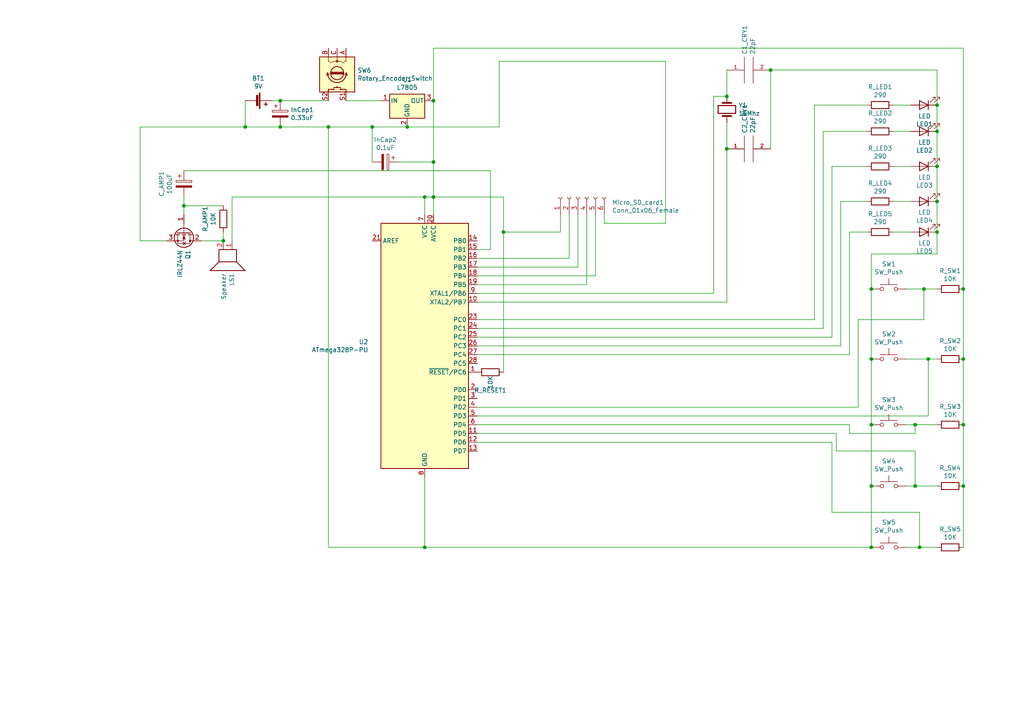
<source format=kicad_sch>
(kicad_sch (version 20211123) (generator eeschema)
  (paper "A4")
  (lib_symbols
    (symbol "Connector:Conn_01x06_Female" (pin_names (offset 1.016) hide)
      (property "Reference" "J" (at 0 7.62 0))
      (property "Value" "Conn_01x06_Female" (at 0 -10.16 0))
      (symbol "Conn_01x06_Female_1_1"
        (arc (start 0 -7.112) (mid -0.508 -7.62) (end 0 -8.128) (stroke (width 0.1524)))
        (arc (start 0 -4.572) (mid -0.508 -5.08) (end 0 -5.588) (stroke (width 0.1524)))
        (arc (start 0 -2.032) (mid -0.508 -2.54) (end 0 -3.048) (stroke (width 0.1524)))
        (polyline (pts (xy -1.27 -7.62) (xy -0.508 -7.62)) (stroke (width 0.1524)))
        (polyline (pts (xy -1.27 -5.08) (xy -0.508 -5.08)) (stroke (width 0.1524)))
        (polyline (pts (xy -1.27 -2.54) (xy -0.508 -2.54)) (stroke (width 0.1524)))
        (polyline (pts (xy -1.27 0) (xy -0.508 0)) (stroke (width 0.1524)))
        (polyline (pts (xy -1.27 2.54) (xy -0.508 2.54)) (stroke (width 0.1524)))
        (polyline (pts (xy -1.27 5.08) (xy -0.508 5.08)) (stroke (width 0.1524)))
        (arc (start 0 0.508) (mid -0.508 0) (end 0 -0.508) (stroke (width 0.1524)))
        (arc (start 0 3.048) (mid -0.508 2.54) (end 0 2.032) (stroke (width 0.1524)))
        (arc (start 0 5.588) (mid -0.508 5.08) (end 0 4.572) (stroke (width 0.1524)))
        (pin passive line (at -5.08 5.08 0) (length 3.81) (name "Pin_1") (number "1"))
        (pin passive line (at -5.08 2.54 0) (length 3.81) (name "Pin_2") (number "2"))
        (pin passive line (at -5.08 0 0) (length 3.81) (name "Pin_3") (number "3"))
        (pin passive line (at -5.08 -2.54 0) (length 3.81) (name "Pin_4") (number "4"))
        (pin passive line (at -5.08 -5.08 0) (length 3.81) (name "Pin_5") (number "5"))
        (pin passive line (at -5.08 -7.62 0) (length 3.81) (name "Pin_6") (number "6"))
      )
    )
    (symbol "Device:Battery_Cell" (pin_numbers hide) (pin_names (offset 0) hide)
      (property "Reference" "BT" (at 2.54 2.54 0))
      (property "Value" "Battery_Cell" (at 2.54 0 0))
      (symbol "Battery_Cell_0_1"
        (rectangle (start -2.286 1.778) (end 2.286 1.524) (fill (type outline)))
        (rectangle (start -1.5748 1.1938) (end 1.4732 0.6858) (fill (type outline)))
        (polyline (pts (xy 0 0.762) (xy 0 0)))
        (polyline (pts (xy 0 1.778) (xy 0 2.54)))
        (polyline (pts (xy 0.508 3.429) (xy 1.524 3.429)) (stroke (width 0.254)))
        (polyline (pts (xy 1.016 3.937) (xy 1.016 2.921)) (stroke (width 0.254)))
      )
      (symbol "Battery_Cell_1_1"
        (pin passive line (at 0 5.08 270) (length 2.54) (name "+") (number "1"))
        (pin passive line (at 0 -2.54 90) (length 2.54) (name "-") (number "2"))
      )
    )
    (symbol "Device:CP" (pin_numbers hide) (pin_names (offset 0.254))
      (property "Reference" "C" (at 0.635 2.54 0))
      (property "Value" "Device_CP" (at 0.635 -2.54 0))
      (symbol "CP_0_1"
        (rectangle (start -2.286 0.508) (end 2.286 1.016))
        (polyline (pts (xy -1.778 2.286) (xy -0.762 2.286)))
        (polyline (pts (xy -1.27 2.794) (xy -1.27 1.778)))
        (rectangle (start 2.286 -0.508) (end -2.286 -1.016) (fill (type outline)))
      )
      (symbol "CP_1_1"
        (pin passive line (at 0 3.81 270) (length 2.794) (name "~") (number "1"))
        (pin passive line (at 0 -3.81 90) (length 2.794) (name "~") (number "2"))
      )
    )
    (symbol "Device:Crystal" (pin_numbers hide) (pin_names (offset 1.016) hide)
      (property "Reference" "Y" (at 0 3.81 0))
      (property "Value" "Crystal" (at 0 -3.81 0))
      (symbol "Crystal_0_1"
        (rectangle (start -1.143 2.54) (end 1.143 -2.54) (stroke (width 0.3048)))
        (polyline (pts (xy -2.54 0) (xy -1.905 0)))
        (polyline (pts (xy -1.905 -1.27) (xy -1.905 1.27)) (stroke (width 0.508)))
        (polyline (pts (xy 1.905 -1.27) (xy 1.905 1.27)) (stroke (width 0.508)))
        (polyline (pts (xy 2.54 0) (xy 1.905 0)))
      )
      (symbol "Crystal_1_1"
        (pin passive line (at -3.81 0 0) (length 1.27) (name "1") (number "1"))
        (pin passive line (at 3.81 0 180) (length 1.27) (name "2") (number "2"))
      )
    )
    (symbol "Device:LED" (pin_numbers hide) (pin_names (offset 1.016) hide)
      (property "Reference" "D" (at 0 2.54 0))
      (property "Value" "LED" (at 0 -2.54 0))
      (symbol "LED_0_1"
        (polyline (pts (xy -1.27 -1.27) (xy -1.27 1.27)) (stroke (width 0.254)))
        (polyline (pts (xy -1.27 0) (xy 1.27 0)))
        (polyline (pts (xy 1.27 -1.27) (xy 1.27 1.27) (xy -1.27 0) (xy 1.27 -1.27)) (stroke (width 0.254)))
        (polyline (pts (xy -3.048 -0.762) (xy -4.572 -2.286) (xy -3.81 -2.286) (xy -4.572 -2.286) (xy -4.572 -1.524)))
        (polyline (pts (xy -1.778 -0.762) (xy -3.302 -2.286) (xy -2.54 -2.286) (xy -3.302 -2.286) (xy -3.302 -1.524)))
      )
      (symbol "LED_1_1"
        (pin passive line (at -3.81 0 0) (length 2.54) (name "K") (number "1"))
        (pin passive line (at 3.81 0 180) (length 2.54) (name "A") (number "2"))
      )
    )
    (symbol "Device:R" (pin_numbers hide) (pin_names (offset 0))
      (property "Reference" "R" (at 2.032 0 90))
      (property "Value" "R" (at 0 0 90))
      (symbol "R_0_1"
        (rectangle (start -1.016 -2.54) (end 1.016 2.54) (stroke (width 0.254)))
      )
      (symbol "R_1_1"
        (pin passive line (at 0 3.81 270) (length 1.27) (name "~") (number "1"))
        (pin passive line (at 0 -3.81 90) (length 1.27) (name "~") (number "2"))
      )
    )
    (symbol "Device:Rotary_Encoder_Switch" (pin_names (offset 0.254) hide)
      (property "Reference" "SW" (at 0 6.604 0))
      (property "Value" "Device_Rotary_Encoder_Switch" (at 0 -6.604 0))
      (symbol "Rotary_Encoder_Switch_0_1"
        (rectangle (start -5.08 5.08) (end 5.08 -5.08) (stroke (width 0.254)) (fill (type background)))
        (circle (center -3.81 0) (radius 0.254) (fill (type outline)))
        (arc (start -0.381 -2.794) (mid 2.3622 -0.0508) (end -0.381 2.667) (stroke (width 0.254)))
        (circle (center -0.381 0) (radius 1.905) (stroke (width 0.254)))
        (polyline (pts (xy -0.635 -1.778) (xy -0.635 1.778)) (stroke (width 0.254)))
        (polyline (pts (xy -0.381 -1.778) (xy -0.381 1.778)) (stroke (width 0.254)))
        (polyline (pts (xy -0.127 1.778) (xy -0.127 -1.778)) (stroke (width 0.254)))
        (polyline (pts (xy 3.81 0) (xy 3.429 0)) (stroke (width 0.254)))
        (polyline (pts (xy 3.81 1.016) (xy 3.81 -1.016)) (stroke (width 0.254)))
        (polyline (pts (xy -5.08 -2.54) (xy -3.81 -2.54) (xy -3.81 -2.032)))
        (polyline (pts (xy -5.08 2.54) (xy -3.81 2.54) (xy -3.81 2.032)))
        (polyline (pts (xy 0.254 -3.048) (xy -0.508 -2.794) (xy 0.127 -2.413)) (stroke (width 0.254)))
        (polyline (pts (xy 0.254 2.921) (xy -0.508 2.667) (xy 0.127 2.286)) (stroke (width 0.254)))
        (polyline (pts (xy 5.08 -2.54) (xy 4.318 -2.54) (xy 4.318 -1.016)) (stroke (width 0.254)))
        (polyline (pts (xy 5.08 2.54) (xy 4.318 2.54) (xy 4.318 1.016)) (stroke (width 0.254)))
        (polyline (pts (xy -5.08 0) (xy -3.81 0) (xy -3.81 -1.016) (xy -3.302 -2.032)))
        (polyline (pts (xy -4.318 0) (xy -3.81 0) (xy -3.81 1.016) (xy -3.302 2.032)))
        (circle (center 4.318 -1.016) (radius 0.127) (stroke (width 0.254)))
        (circle (center 4.318 1.016) (radius 0.127) (stroke (width 0.254)))
      )
      (symbol "Rotary_Encoder_Switch_1_1"
        (pin passive line (at -7.62 2.54 0) (length 2.54) (name "A") (number "A"))
        (pin passive line (at -7.62 -2.54 0) (length 2.54) (name "B") (number "B"))
        (pin passive line (at -7.62 0 0) (length 2.54) (name "C") (number "C"))
        (pin passive line (at 7.62 2.54 180) (length 2.54) (name "S1") (number "S1"))
        (pin passive line (at 7.62 -2.54 180) (length 2.54) (name "S2") (number "S2"))
      )
    )
    (symbol "Device:Speaker" (pin_names (offset 0) hide)
      (property "Reference" "LS" (at 1.27 5.715 0))
      (property "Value" "Speaker" (at 1.27 3.81 0))
      (symbol "Speaker_0_0"
        (rectangle (start -2.54 1.27) (end 1.016 -3.81) (stroke (width 0.254)))
        (polyline (pts (xy 1.016 1.27) (xy 3.556 3.81) (xy 3.556 -6.35) (xy 1.016 -3.81)) (stroke (width 0.254)))
      )
      (symbol "Speaker_1_1"
        (pin input line (at -5.08 0 0) (length 2.54) (name "1") (number "1"))
        (pin input line (at -5.08 -2.54 0) (length 2.54) (name "2") (number "2"))
      )
    )
    (symbol "MCU_Microchip_ATmega:ATmega328P-PU"
      (property "Reference" "U" (at -12.7 36.83 0))
      (property "Value" "MCU_Microchip_ATmega_ATmega328P-PU" (at 2.54 -36.83 0))
      (symbol "ATmega328P-PU_0_1"
        (rectangle (start -12.7 -35.56) (end 12.7 35.56) (stroke (width 0.254)) (fill (type background)))
      )
      (symbol "ATmega328P-PU_1_1"
        (pin bidirectional line (at 15.24 -7.62 180) (length 2.54) (name "~{RESET}/PC6") (number "1"))
        (pin bidirectional line (at 15.24 12.7 180) (length 2.54) (name "XTAL2/PB7") (number "10"))
        (pin bidirectional line (at 15.24 -25.4 180) (length 2.54) (name "PD5") (number "11"))
        (pin bidirectional line (at 15.24 -27.94 180) (length 2.54) (name "PD6") (number "12"))
        (pin bidirectional line (at 15.24 -30.48 180) (length 2.54) (name "PD7") (number "13"))
        (pin bidirectional line (at 15.24 30.48 180) (length 2.54) (name "PB0") (number "14"))
        (pin bidirectional line (at 15.24 27.94 180) (length 2.54) (name "PB1") (number "15"))
        (pin bidirectional line (at 15.24 25.4 180) (length 2.54) (name "PB2") (number "16"))
        (pin bidirectional line (at 15.24 22.86 180) (length 2.54) (name "PB3") (number "17"))
        (pin bidirectional line (at 15.24 20.32 180) (length 2.54) (name "PB4") (number "18"))
        (pin bidirectional line (at 15.24 17.78 180) (length 2.54) (name "PB5") (number "19"))
        (pin bidirectional line (at 15.24 -12.7 180) (length 2.54) (name "PD0") (number "2"))
        (pin power_in line (at 2.54 38.1 270) (length 2.54) (name "AVCC") (number "20"))
        (pin passive line (at -15.24 30.48 0) (length 2.54) (name "AREF") (number "21"))
        (pin passive line (at 0 -38.1 90) (length 2.54) hide (name "GND") (number "22"))
        (pin bidirectional line (at 15.24 7.62 180) (length 2.54) (name "PC0") (number "23"))
        (pin bidirectional line (at 15.24 5.08 180) (length 2.54) (name "PC1") (number "24"))
        (pin bidirectional line (at 15.24 2.54 180) (length 2.54) (name "PC2") (number "25"))
        (pin bidirectional line (at 15.24 0 180) (length 2.54) (name "PC3") (number "26"))
        (pin bidirectional line (at 15.24 -2.54 180) (length 2.54) (name "PC4") (number "27"))
        (pin bidirectional line (at 15.24 -5.08 180) (length 2.54) (name "PC5") (number "28"))
        (pin bidirectional line (at 15.24 -15.24 180) (length 2.54) (name "PD1") (number "3"))
        (pin bidirectional line (at 15.24 -17.78 180) (length 2.54) (name "PD2") (number "4"))
        (pin bidirectional line (at 15.24 -20.32 180) (length 2.54) (name "PD3") (number "5"))
        (pin bidirectional line (at 15.24 -22.86 180) (length 2.54) (name "PD4") (number "6"))
        (pin power_in line (at 0 38.1 270) (length 2.54) (name "VCC") (number "7"))
        (pin power_in line (at 0 -38.1 90) (length 2.54) (name "GND") (number "8"))
        (pin bidirectional line (at 15.24 15.24 180) (length 2.54) (name "XTAL1/PB6") (number "9"))
      )
    )
    (symbol "Regulator_Linear:L7805" (pin_names (offset 0.254))
      (property "Reference" "U" (at -3.81 3.175 0))
      (property "Value" "L7805" (at 0 3.175 0))
      (symbol "L7805_0_1"
        (rectangle (start -5.08 1.905) (end 5.08 -5.08) (stroke (width 0.254)) (fill (type background)))
      )
      (symbol "L7805_1_1"
        (pin power_in line (at -7.62 0 0) (length 2.54) (name "IN") (number "1"))
        (pin power_in line (at 0 -7.62 90) (length 2.54) (name "GND") (number "2"))
        (pin power_out line (at 7.62 0 180) (length 2.54) (name "OUT") (number "3"))
      )
    )
    (symbol "Switch:SW_Push" (pin_numbers hide) (pin_names (offset 1.016) hide)
      (property "Reference" "SW" (at 1.27 2.54 0))
      (property "Value" "SW_Push" (at 0 -1.524 0))
      (symbol "SW_Push_0_1"
        (circle (center -2.032 0) (radius 0.508))
        (polyline (pts (xy 0 1.27) (xy 0 3.048)))
        (polyline (pts (xy 2.54 1.27) (xy -2.54 1.27)))
        (circle (center 2.032 0) (radius 0.508))
        (pin passive line (at -5.08 0 0) (length 2.54) (name "1") (number "1"))
        (pin passive line (at 5.08 0 180) (length 2.54) (name "2") (number "2"))
      )
    )
    (symbol "Transistor_FET:IRLZ44N" (pin_names hide)
      (property "Reference" "Q" (at 6.35 1.905 0))
      (property "Value" "IRLZ44N" (at 6.35 0 0))
      (symbol "IRLZ44N_0_1"
        (polyline (pts (xy 0.254 0) (xy -2.54 0)))
        (polyline (pts (xy 0.254 1.905) (xy 0.254 -1.905)) (stroke (width 0.254)))
        (polyline (pts (xy 0.762 -1.27) (xy 0.762 -2.286)) (stroke (width 0.254)))
        (polyline (pts (xy 0.762 0.508) (xy 0.762 -0.508)) (stroke (width 0.254)))
        (polyline (pts (xy 0.762 2.286) (xy 0.762 1.27)) (stroke (width 0.254)))
        (polyline (pts (xy 2.54 2.54) (xy 2.54 1.778)))
        (polyline (pts (xy 2.54 -2.54) (xy 2.54 0) (xy 0.762 0)))
        (polyline (pts (xy 0.762 -1.778) (xy 3.302 -1.778) (xy 3.302 1.778) (xy 0.762 1.778)))
        (polyline (pts (xy 1.016 0) (xy 2.032 0.381) (xy 2.032 -0.381) (xy 1.016 0)) (fill (type outline)))
        (polyline (pts (xy 2.794 0.508) (xy 2.921 0.381) (xy 3.683 0.381) (xy 3.81 0.254)))
        (polyline (pts (xy 3.302 0.381) (xy 2.921 -0.254) (xy 3.683 -0.254) (xy 3.302 0.381)))
        (circle (center 1.651 0) (radius 2.794) (stroke (width 0.254)))
        (circle (center 2.54 -1.778) (radius 0.254) (fill (type outline)))
        (circle (center 2.54 1.778) (radius 0.254) (fill (type outline)))
      )
      (symbol "IRLZ44N_1_1"
        (pin input line (at -5.08 0 0) (length 2.54) (name "G") (number "1"))
        (pin passive line (at 2.54 5.08 270) (length 2.54) (name "D") (number "2"))
        (pin passive line (at 2.54 -5.08 90) (length 2.54) (name "S") (number "3"))
      )
    )
    (symbol "pspice:C" (pin_names (offset 0.254))
      (property "Reference" "C" (at 2.54 3.81 90))
      (property "Value" "C" (at 2.54 -3.81 90))
      (symbol "C_0_1"
        (polyline (pts (xy -3.81 -1.27) (xy 3.81 -1.27)))
        (polyline (pts (xy -3.81 1.27) (xy 3.81 1.27)))
      )
      (symbol "C_1_1"
        (pin passive line (at 0 6.35 270) (length 5.08) (name "~") (number "1"))
        (pin passive line (at 0 -6.35 90) (length 5.08) (name "~") (number "2"))
      )
    )
  )
  (junction (at 223.52 20.32))
  (junction (at 95.25 36.83))
  (junction (at 125.73 29.21))
  (junction (at 271.78 48.26))
  (junction (at 125.73 57.15))
  (junction (at 81.28 36.83))
  (junction (at 271.78 58.42))
  (junction (at 252.73 140.97))
  (junction (at 53.34 59.69))
  (junction (at 279.4 123.19))
  (junction (at 252.73 123.19))
  (junction (at 81.28 29.21))
  (junction (at 210.82 43.18))
  (junction (at 279.4 104.14))
  (junction (at 265.43 123.19))
  (junction (at 252.73 83.82))
  (junction (at 279.4 140.97))
  (junction (at 266.7 158.75))
  (junction (at 107.95 36.83))
  (junction (at 269.24 104.14))
  (junction (at 271.78 38.1))
  (junction (at 252.73 104.14))
  (junction (at 123.19 57.15))
  (junction (at 210.82 27.94))
  (junction (at 64.77 69.85))
  (junction (at 71.12 36.83))
  (junction (at 252.73 158.75))
  (junction (at 279.4 83.82))
  (junction (at 265.43 140.97))
  (junction (at 125.73 46.99))
  (junction (at 271.78 30.48))
  (junction (at 146.05 67.31))
  (junction (at 271.78 67.31))
  (junction (at 118.11 36.83))
  (junction (at 267.97 83.82))
  (junction (at 123.19 158.75))
  (wire (pts (xy 71.12 29.21) (xy 71.12 36.83)))
  (wire (pts (xy 125.73 57.15) (xy 125.73 46.99)))
  (wire (pts (xy 138.43 118.11) (xy 248.92 118.11)))
  (wire (pts (xy 210.82 43.18) (xy 210.82 35.56)))
  (wire (pts (xy 118.11 36.83) (xy 107.95 36.83)))
  (wire (pts (xy 246.38 67.31) (xy 251.46 67.31)))
  (wire (pts (xy 252.73 83.82) (xy 252.73 104.14)))
  (wire (pts (xy 252.73 73.66) (xy 271.78 73.66)))
  (wire (pts (xy 123.19 57.15) (xy 123.19 62.23)))
  (wire (pts (xy 138.43 95.25) (xy 238.76 95.25)))
  (wire (pts (xy 125.73 57.15) (xy 125.73 62.23)))
  (wire (pts (xy 262.89 123.19) (xy 265.43 123.19)))
  (wire (pts (xy 146.05 67.31) (xy 146.05 57.15)))
  (wire (pts (xy 223.52 20.32) (xy 271.78 20.32)))
  (wire (pts (xy 252.73 83.82) (xy 252.73 73.66)))
  (wire (pts (xy 241.3 48.26) (xy 251.46 48.26)))
  (wire (pts (xy 123.19 138.43) (xy 123.19 158.75)))
  (wire (pts (xy 172.72 80.01) (xy 138.43 80.01)))
  (wire (pts (xy 138.43 102.87) (xy 246.38 102.87)))
  (wire (pts (xy 248.92 92.71) (xy 267.97 92.71)))
  (wire (pts (xy 271.78 48.26) (xy 271.78 58.42)))
  (wire (pts (xy 259.08 58.42) (xy 264.16 58.42)))
  (wire (pts (xy 271.78 73.66) (xy 271.78 67.31)))
  (wire (pts (xy 107.95 36.83) (xy 95.25 36.83)))
  (wire (pts (xy 252.73 140.97) (xy 252.73 158.75)))
  (wire (pts (xy 107.95 46.99) (xy 107.95 36.83)))
  (wire (pts (xy 267.97 83.82) (xy 271.78 83.82)))
  (wire (pts (xy 262.89 158.75) (xy 266.7 158.75)))
  (wire (pts (xy 144.78 17.78) (xy 144.78 36.83)))
  (wire (pts (xy 248.92 118.11) (xy 248.92 92.71)))
  (wire (pts (xy 271.78 38.1) (xy 271.78 48.26)))
  (wire (pts (xy 138.43 85.09) (xy 207.01 85.09)))
  (wire (pts (xy 262.89 140.97) (xy 265.43 140.97)))
  (wire (pts (xy 193.04 17.78) (xy 193.04 64.77)))
  (wire (pts (xy 193.04 64.77) (xy 175.26 64.77)))
  (wire (pts (xy 95.25 36.83) (xy 95.25 158.75)))
  (wire (pts (xy 40.64 69.85) (xy 48.26 69.85)))
  (wire (pts (xy 243.84 58.42) (xy 251.46 58.42)))
  (wire (pts (xy 64.77 59.69) (xy 53.34 59.69)))
  (wire (pts (xy 53.34 49.53) (xy 142.24 49.53)))
  (wire (pts (xy 162.56 62.23) (xy 162.56 67.31)))
  (wire (pts (xy 123.19 158.75) (xy 95.25 158.75)))
  (wire (pts (xy 271.78 58.42) (xy 271.78 67.31)))
  (wire (pts (xy 267.97 92.71) (xy 267.97 83.82)))
  (wire (pts (xy 81.28 29.21) (xy 95.25 29.21)))
  (wire (pts (xy 241.3 148.59) (xy 266.7 148.59)))
  (wire (pts (xy 252.73 104.14) (xy 252.73 123.19)))
  (wire (pts (xy 262.89 104.14) (xy 269.24 104.14)))
  (wire (pts (xy 271.78 30.48) (xy 271.78 38.1)))
  (wire (pts (xy 123.19 158.75) (xy 252.73 158.75)))
  (wire (pts (xy 243.84 100.33) (xy 243.84 58.42)))
  (wire (pts (xy 71.12 36.83) (xy 40.64 36.83)))
  (wire (pts (xy 246.38 125.73) (xy 265.43 125.73)))
  (wire (pts (xy 269.24 104.14) (xy 269.24 120.65)))
  (wire (pts (xy 238.76 95.25) (xy 238.76 38.1)))
  (wire (pts (xy 259.08 38.1) (xy 264.16 38.1)))
  (wire (pts (xy 138.43 97.79) (xy 241.3 97.79)))
  (wire (pts (xy 125.73 57.15) (xy 146.05 57.15)))
  (wire (pts (xy 138.43 92.71) (xy 236.22 92.71)))
  (wire (pts (xy 236.22 92.71) (xy 236.22 30.48)))
  (wire (pts (xy 266.7 158.75) (xy 271.78 158.75)))
  (wire (pts (xy 264.16 30.48) (xy 259.08 30.48)))
  (wire (pts (xy 279.4 123.19) (xy 279.4 140.97)))
  (wire (pts (xy 279.4 140.97) (xy 279.4 158.75)))
  (wire (pts (xy 265.43 130.81) (xy 265.43 140.97)))
  (wire (pts (xy 125.73 46.99) (xy 125.73 29.21)))
  (wire (pts (xy 262.89 83.82) (xy 267.97 83.82)))
  (wire (pts (xy 138.43 87.63) (xy 210.82 87.63)))
  (wire (pts (xy 170.18 62.23) (xy 170.18 82.55)))
  (wire (pts (xy 144.78 36.83) (xy 118.11 36.83)))
  (wire (pts (xy 64.77 69.85) (xy 58.42 69.85)))
  (wire (pts (xy 279.4 13.97) (xy 279.4 83.82)))
  (wire (pts (xy 71.12 36.83) (xy 81.28 36.83)))
  (wire (pts (xy 125.73 13.97) (xy 125.73 29.21)))
  (wire (pts (xy 279.4 104.14) (xy 279.4 123.19)))
  (wire (pts (xy 67.31 69.85) (xy 67.31 57.15)))
  (wire (pts (xy 271.78 30.48) (xy 271.78 20.32)))
  (wire (pts (xy 81.28 29.21) (xy 78.74 29.21)))
  (wire (pts (xy 165.1 62.23) (xy 165.1 74.93)))
  (wire (pts (xy 269.24 104.14) (xy 271.78 104.14)))
  (wire (pts (xy 138.43 120.65) (xy 269.24 120.65)))
  (wire (pts (xy 146.05 107.95) (xy 146.05 67.31)))
  (wire (pts (xy 193.04 17.78) (xy 144.78 17.78)))
  (wire (pts (xy 241.3 128.27) (xy 241.3 148.59)))
  (wire (pts (xy 266.7 158.75) (xy 266.7 148.59)))
  (wire (pts (xy 223.52 20.32) (xy 223.52 43.18)))
  (wire (pts (xy 64.77 67.31) (xy 64.77 69.85)))
  (wire (pts (xy 170.18 82.55) (xy 138.43 82.55)))
  (wire (pts (xy 138.43 125.73) (xy 242.57 125.73)))
  (wire (pts (xy 67.31 57.15) (xy 123.19 57.15)))
  (wire (pts (xy 40.64 36.83) (xy 40.64 69.85)))
  (wire (pts (xy 238.76 38.1) (xy 251.46 38.1)))
  (wire (pts (xy 53.34 57.15) (xy 53.34 59.69)))
  (wire (pts (xy 246.38 123.19) (xy 246.38 125.73)))
  (wire (pts (xy 138.43 128.27) (xy 241.3 128.27)))
  (wire (pts (xy 142.24 49.53) (xy 142.24 72.39)))
  (wire (pts (xy 167.64 77.47) (xy 138.43 77.47)))
  (wire (pts (xy 175.26 64.77) (xy 175.26 62.23)))
  (wire (pts (xy 252.73 123.19) (xy 252.73 140.97)))
  (wire (pts (xy 236.22 30.48) (xy 251.46 30.48)))
  (wire (pts (xy 162.56 67.31) (xy 146.05 67.31)))
  (wire (pts (xy 264.16 67.31) (xy 259.08 67.31)))
  (wire (pts (xy 210.82 20.32) (xy 210.82 27.94)))
  (wire (pts (xy 115.57 46.99) (xy 125.73 46.99)))
  (wire (pts (xy 210.82 27.94) (xy 207.01 27.94)))
  (wire (pts (xy 265.43 140.97) (xy 271.78 140.97)))
  (wire (pts (xy 100.33 29.21) (xy 110.49 29.21)))
  (wire (pts (xy 265.43 123.19) (xy 265.43 125.73)))
  (wire (pts (xy 242.57 125.73) (xy 242.57 130.81)))
  (wire (pts (xy 210.82 87.63) (xy 210.82 43.18)))
  (wire (pts (xy 241.3 97.79) (xy 241.3 48.26)))
  (wire (pts (xy 125.73 13.97) (xy 279.4 13.97)))
  (wire (pts (xy 265.43 123.19) (xy 271.78 123.19)))
  (wire (pts (xy 207.01 27.94) (xy 207.01 85.09)))
  (wire (pts (xy 53.34 59.69) (xy 53.34 62.23)))
  (wire (pts (xy 138.43 123.19) (xy 246.38 123.19)))
  (wire (pts (xy 264.16 48.26) (xy 259.08 48.26)))
  (wire (pts (xy 279.4 83.82) (xy 279.4 104.14)))
  (wire (pts (xy 246.38 102.87) (xy 246.38 67.31)))
  (wire (pts (xy 142.24 72.39) (xy 138.43 72.39)))
  (wire (pts (xy 81.28 36.83) (xy 95.25 36.83)))
  (wire (pts (xy 242.57 130.81) (xy 265.43 130.81)))
  (wire (pts (xy 167.64 62.23) (xy 167.64 77.47)))
  (wire (pts (xy 165.1 74.93) (xy 138.43 74.93)))
  (wire (pts (xy 125.73 57.15) (xy 123.19 57.15)))
  (wire (pts (xy 138.43 100.33) (xy 243.84 100.33)))
  (wire (pts (xy 172.72 62.23) (xy 172.72 80.01)))
  (symbol (lib_id "Device:R") (at 275.59 83.82 270) (unit 1)
    (property "Reference" "R_SW1" (at 275.59 78.5622 90))
    (property "Value" "10K" (at 275.59 80.8736 90))
    (property "Footprint" "Resistor_THT:R_Axial_DIN0207_L6.3mm_D2.5mm_P7.62mm_Horizontal" (effects hide))
  )
  (symbol (lib_id "Device:Battery_Cell") (at 73.66 29.21 270) (unit 1)
    (property "Reference" "BT1" (at 74.93 22.733 90))
    (property "Value" "9V" (at 74.93 25.0444 90))
    (property "Footprint" "Battery:BatteryHolder_MPD_BA9VPC_1xPP3" (effects hide))
  )
  (symbol (lib_id "Switch:SW_Push") (at 257.81 83.82 0) (unit 1)
    (property "Reference" "SW1" (at 257.81 76.581 0))
    (property "Value" "SW_Push" (at 257.81 78.8924 0))
    (property "Footprint" "Connector_JST:JST_EH_B2B-EH-A_1x02_P2.50mm_Vertical" (effects hide))
  )
  (symbol (lib_id "Device:R") (at 275.59 104.14 270) (unit 1)
    (property "Reference" "R_SW2" (at 275.59 98.8822 90))
    (property "Value" "10K" (at 275.59 101.1936 90))
    (property "Footprint" "Resistor_THT:R_Axial_DIN0207_L6.3mm_D2.5mm_P7.62mm_Horizontal" (effects hide))
  )
  (symbol (lib_id "Device:R") (at 275.59 158.75 270) (unit 1)
    (property "Reference" "R_SW5" (at 275.59 153.4922 90))
    (property "Value" "10K" (at 275.59 155.8036 90))
    (property "Footprint" "Resistor_THT:R_Axial_DIN0207_L6.3mm_D2.5mm_P7.62mm_Horizontal" (effects hide))
  )
  (symbol (lib_id "Device:R") (at 275.59 123.19 270) (unit 1)
    (property "Reference" "R_SW3" (at 275.59 117.9322 90))
    (property "Value" "10K" (at 275.59 120.2436 90))
    (property "Footprint" "Resistor_THT:R_Axial_DIN0207_L6.3mm_D2.5mm_P7.62mm_Horizontal" (effects hide))
  )
  (symbol (lib_id "Device:R") (at 275.59 140.97 270) (unit 1)
    (property "Reference" "R_SW4" (at 275.59 135.7122 90))
    (property "Value" "10K" (at 275.59 138.0236 90))
    (property "Footprint" "Resistor_THT:R_Axial_DIN0207_L6.3mm_D2.5mm_P7.62mm_Horizontal" (effects hide))
  )
  (symbol (lib_id "Switch:SW_Push") (at 257.81 104.14 0) (unit 1)
    (property "Reference" "SW2" (at 257.81 96.901 0))
    (property "Value" "SW_Push" (at 257.81 99.2124 0))
    (property "Footprint" "Connector_JST:JST_EH_B2B-EH-A_1x02_P2.50mm_Vertical" (effects hide))
  )
  (symbol (lib_id "Switch:SW_Push") (at 257.81 123.19 0) (unit 1)
    (property "Reference" "SW3" (at 257.81 115.951 0))
    (property "Value" "SW_Push" (at 257.81 118.2624 0))
    (property "Footprint" "Connector_JST:JST_EH_B2B-EH-A_1x02_P2.50mm_Vertical" (effects hide))
  )
  (symbol (lib_id "Switch:SW_Push") (at 257.81 140.97 0) (unit 1)
    (property "Reference" "SW4" (at 257.81 133.731 0))
    (property "Value" "SW_Push" (at 257.81 136.0424 0))
    (property "Footprint" "Connector_JST:JST_EH_B2B-EH-A_1x02_P2.50mm_Vertical" (effects hide))
  )
  (symbol (lib_id "Switch:SW_Push") (at 257.81 158.75 0) (unit 1)
    (property "Reference" "SW5" (at 257.81 151.511 0))
    (property "Value" "SW_Push" (at 257.81 153.8224 0))
    (property "Footprint" "Connector_JST:JST_EH_B2B-EH-A_1x02_P2.50mm_Vertical" (effects hide))
  )
  (symbol (lib_id "Device:Rotary_Encoder_Switch") (at 97.79 21.59 270) (unit 1)
    (property "Reference" "SW6" (at 103.632 20.4216 90) (effects (justify left)))
    (property "Value" "Rotary_Encoder_Switch" (at 103.632 22.733 90) (effects (justify left)))
    (property "Footprint" "Connector_JST:JST_EH_B5B-EH-A_1x05_P2.50mm_Vertical" (effects hide))
  )
  (symbol (lib_id "Connector:Conn_01x06_Female") (at 167.64 57.15 90) (unit 1)
    (property "Reference" "Micro_SD_card1" (at 177.4952 58.7248 90) (effects (justify right)))
    (property "Value" "Conn_01x06_Female" (at 177.4952 61.0362 90) (effects (justify right)))
    (property "Footprint" "Connector_JST:JST_EH_B6B-EH-A_1x06_P2.50mm_Vertical" (effects hide))
  )
  (symbol (lib_id "Device:R") (at 142.24 107.95 90) (unit 1)
    (property "Reference" "R_RESET1" (at 142.24 113.2078 90))
    (property "Value" "10K" (at 142.24 110.8964 0))
    (property "Footprint" "Resistor_THT:R_Axial_DIN0207_L6.3mm_D2.5mm_P7.62mm_Horizontal" (effects hide))
  )
  (symbol (lib_id "Device:CP") (at 81.28 33.02 0) (unit 1)
    (property "Reference" "InCap1" (at 84.2772 31.8516 0) (effects (justify left)))
    (property "Value" "0.33uF" (at 84.2772 34.163 0) (effects (justify left)))
    (property "Footprint" "Capacitor_THT:CP_Radial_D5.0mm_P2.50mm" (effects hide))
  )
  (symbol (lib_id "MCU_Microchip_ATmega:ATmega328P-PU") (at 123.19 100.33 0) (unit 1)
    (property "Reference" "U2" (at 106.8324 99.1616 0) (effects (justify right)))
    (property "Value" "ATmega328P-PU" (at 106.8324 101.473 0) (effects (justify right)))
    (property "Footprint" "Package_DIP:DIP-28_W7.62mm" (effects hide))
    (property "Datasheet" "http://ww1.microchip.com/downloads/en/DeviceDoc/ATmega328_P%20AVR%20MCU%20with%20picoPower%20Technology%20Data%20Sheet%2040001984A.pdf" (effects hide))
  )
  (symbol (lib_id "Regulator_Linear:L7805") (at 118.11 29.21 0) (unit 1)
    (property "Reference" "U1" (at 118.11 23.0632 0))
    (property "Value" "L7805" (at 118.11 25.3746 0))
    (property "Footprint" "Package_TO_SOT_THT:TO-220-3_Vertical" (effects hide))
    (property "Datasheet" "http://www.st.com/content/ccc/resource/technical/document/datasheet/41/4f/b3/b0/12/d4/47/88/CD00000444.pdf/files/CD00000444.pdf/jcr:content/translations/en.CD00000444.pdf" (effects hide))
  )
  (symbol (lib_id "Device:CP") (at 111.76 46.99 270) (unit 1)
    (property "Reference" "InCap2" (at 111.76 40.513 90))
    (property "Value" "0.1uF" (at 111.76 42.8244 90))
    (property "Footprint" "Capacitor_THT:CP_Radial_D5.0mm_P2.50mm" (effects hide))
  )
  (symbol (lib_id "pspice:C") (at 217.17 20.32 90) (unit 1)
    (property "Reference" "C1_CRY1" (at 216.0016 15.7988 0) (effects (justify left)))
    (property "Value" "22pF" (at 218.313 15.7988 0) (effects (justify left)))
    (property "Footprint" "Capacitor_THT:C_Disc_D5.0mm_W2.5mm_P2.50mm" (effects hide))
  )
  (symbol (lib_id "pspice:C") (at 217.17 43.18 90) (unit 1)
    (property "Reference" "C2_CRY1" (at 216.0016 38.6588 0) (effects (justify left)))
    (property "Value" "22pF" (at 218.313 38.6588 0) (effects (justify left)))
    (property "Footprint" "Capacitor_THT:C_Disc_D5.0mm_W2.5mm_P2.50mm" (effects hide))
  )
  (symbol (lib_id "Device:Crystal") (at 210.82 31.75 270) (unit 1)
    (property "Reference" "Y1" (at 214.1474 30.5816 90) (effects (justify left)))
    (property "Value" "16Mhz" (at 214.1474 32.893 90) (effects (justify left)))
    (property "Footprint" "Crystal:Resonator-2Pin_W10.0mm_H5.0mm" (effects hide))
  )
  (symbol (lib_id "Device:LED") (at 267.97 30.48 180) (unit 1)
    (property "Reference" "LED1" (at 268.1478 35.9918 0))
    (property "Value" "LED" (at 268.1478 33.6804 0))
    (property "Footprint" "Connector_JST:JST_EH_B2B-EH-A_1x02_P2.50mm_Vertical" (effects hide))
  )
  (symbol (lib_id "Device:LED") (at 267.97 67.31 180) (unit 1)
    (property "Reference" "LED5" (at 268.1478 72.8218 0))
    (property "Value" "LED" (at 268.1478 70.5104 0))
    (property "Footprint" "Connector_JST:JST_EH_B2B-EH-A_1x02_P2.50mm_Vertical" (effects hide))
  )
  (symbol (lib_id "Device:LED") (at 267.97 58.42 180) (unit 1)
    (property "Reference" "LED4" (at 268.1478 63.9318 0))
    (property "Value" "LED" (at 268.1478 61.6204 0))
    (property "Footprint" "Connector_JST:JST_EH_B2B-EH-A_1x02_P2.50mm_Vertical" (effects hide))
  )
  (symbol (lib_id "Device:LED") (at 267.97 48.26 180) (unit 1)
    (property "Reference" "LED3" (at 268.1478 53.7718 0))
    (property "Value" "LED" (at 268.1478 51.4604 0))
    (property "Footprint" "Connector_JST:JST_EH_B2B-EH-A_1x02_P2.50mm_Vertical" (effects hide))
  )
  (symbol (lib_id "Device:LED") (at 267.97 38.1 180) (unit 1)
    (property "Reference" "LED2" (at 268.1478 43.6118 0))
    (property "Value" "LED" (at 268.1478 41.3004 0))
    (property "Footprint" "Connector_JST:JST_EH_B2B-EH-A_1x02_P2.50mm_Vertical" (effects hide))
  )
  (symbol (lib_id "Device:R") (at 255.27 30.48 270) (unit 1)
    (property "Reference" "R_LED1" (at 255.27 25.2222 90))
    (property "Value" "290" (at 255.27 27.5336 90))
    (property "Footprint" "Resistor_THT:R_Axial_DIN0207_L6.3mm_D2.5mm_P7.62mm_Horizontal" (effects hide))
  )
  (symbol (lib_id "Device:R") (at 255.27 38.1 270) (unit 1)
    (property "Reference" "R_LED2" (at 255.27 32.8422 90))
    (property "Value" "290" (at 255.27 35.1536 90))
    (property "Footprint" "Resistor_THT:R_Axial_DIN0207_L6.3mm_D2.5mm_P7.62mm_Horizontal" (effects hide))
  )
  (symbol (lib_id "Device:R") (at 255.27 48.26 270) (unit 1)
    (property "Reference" "R_LED3" (at 255.27 43.0022 90))
    (property "Value" "290" (at 255.27 45.3136 90))
    (property "Footprint" "Resistor_THT:R_Axial_DIN0207_L6.3mm_D2.5mm_P7.62mm_Horizontal" (effects hide))
  )
  (symbol (lib_id "Device:R") (at 255.27 58.42 270) (unit 1)
    (property "Reference" "R_LED4" (at 255.27 53.1622 90))
    (property "Value" "290" (at 255.27 55.4736 90))
    (property "Footprint" "Resistor_THT:R_Axial_DIN0207_L6.3mm_D2.5mm_P7.62mm_Horizontal" (effects hide))
  )
  (symbol (lib_id "Device:R") (at 255.27 67.31 270) (unit 1)
    (property "Reference" "R_LED5" (at 255.27 62.0522 90))
    (property "Value" "290" (at 255.27 64.3636 90))
    (property "Footprint" "Resistor_THT:R_Axial_DIN0207_L6.3mm_D2.5mm_P7.62mm_Horizontal" (effects hide))
  )
  (symbol (lib_id "Device:Speaker") (at 67.31 74.93 270) (unit 1)
    (property "Reference" "LS1" (at 67.2084 79.248 0) (effects (justify left)))
    (property "Value" "Speaker" (at 64.897 79.248 0) (effects (justify left)))
    (property "Footprint" "Connector_JST:JST_EH_B2B-EH-A_1x02_P2.50mm_Vertical" (effects hide))
  )
  (symbol (lib_id "Transistor_FET:IRLZ44N") (at 53.34 67.31 270) (unit 1)
    (property "Reference" "Q1" (at 54.5084 72.4916 0) (effects (justify left)))
    (property "Value" "IRLZ44N" (at 52.197 72.4916 0) (effects (justify left)))
    (property "Footprint" "Package_TO_SOT_THT:TO-220-3_Vertical" (effects hide))
    (property "Datasheet" "http://www.irf.com/product-info/datasheets/data/irlz44n.pdf" (effects hide))
  )
  (symbol (lib_id "Device:R") (at 64.77 63.5 0) (unit 1)
    (property "Reference" "R_AMP1" (at 59.5122 63.5 90))
    (property "Value" "10K" (at 61.8236 63.5 90))
    (property "Footprint" "Resistor_THT:R_Axial_DIN0207_L6.3mm_D2.5mm_P7.62mm_Horizontal" (effects hide))
  )
  (symbol (lib_id "Device:CP") (at 53.34 53.34 0) (unit 1)
    (property "Reference" "C_AMP1" (at 46.863 53.34 90))
    (property "Value" "100uF" (at 49.1744 53.34 90))
    (property "Footprint" "Capacitor_THT:CP_Radial_D6.3mm_P2.50mm" (effects hide))
  )
)
</source>
